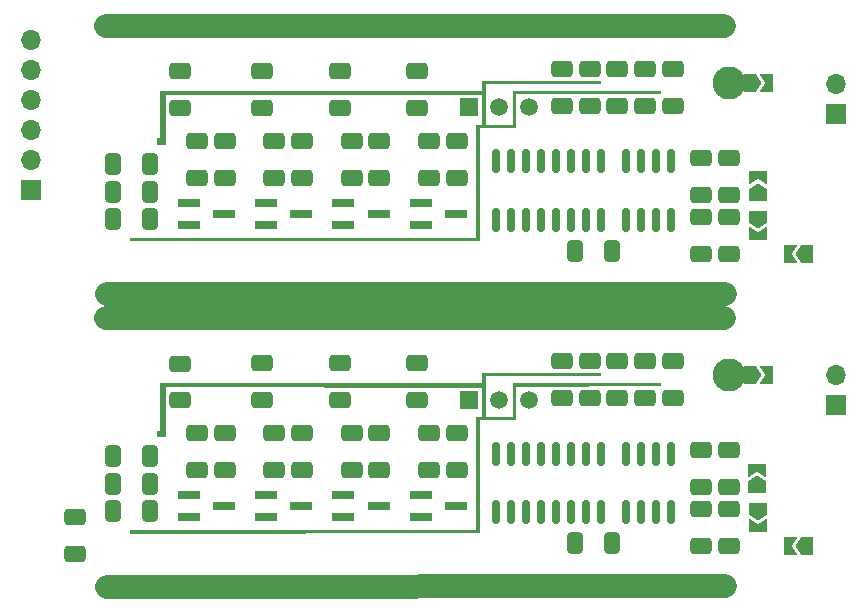
<source format=gbr>
%TF.GenerationSoftware,KiCad,Pcbnew,6.0.7-f9a2dced07~116~ubuntu20.04.1*%
%TF.CreationDate,2022-08-31T15:18:07+02:00*%
%TF.ProjectId,NVM-Amp,4e564d2d-416d-4702-9e6b-696361645f70,rev?*%
%TF.SameCoordinates,Original*%
%TF.FileFunction,Soldermask,Top*%
%TF.FilePolarity,Negative*%
%FSLAX46Y46*%
G04 Gerber Fmt 4.6, Leading zero omitted, Abs format (unit mm)*
G04 Created by KiCad (PCBNEW 6.0.7-f9a2dced07~116~ubuntu20.04.1) date 2022-08-31 15:18:07*
%MOMM*%
%LPD*%
G01*
G04 APERTURE LIST*
G04 Aperture macros list*
%AMRoundRect*
0 Rectangle with rounded corners*
0 $1 Rounding radius*
0 $2 $3 $4 $5 $6 $7 $8 $9 X,Y pos of 4 corners*
0 Add a 4 corners polygon primitive as box body*
4,1,4,$2,$3,$4,$5,$6,$7,$8,$9,$2,$3,0*
0 Add four circle primitives for the rounded corners*
1,1,$1+$1,$2,$3*
1,1,$1+$1,$4,$5*
1,1,$1+$1,$6,$7*
1,1,$1+$1,$8,$9*
0 Add four rect primitives between the rounded corners*
20,1,$1+$1,$2,$3,$4,$5,0*
20,1,$1+$1,$4,$5,$6,$7,0*
20,1,$1+$1,$6,$7,$8,$9,0*
20,1,$1+$1,$8,$9,$2,$3,0*%
%AMFreePoly0*
4,1,6,1.000000,0.000000,0.500000,-0.750000,-0.500000,-0.750000,-0.500000,0.750000,0.500000,0.750000,1.000000,0.000000,1.000000,0.000000,$1*%
%AMFreePoly1*
4,1,6,0.500000,-0.750000,-0.650000,-0.750000,-0.150000,0.000000,-0.650000,0.750000,0.500000,0.750000,0.500000,-0.750000,0.500000,-0.750000,$1*%
G04 Aperture macros list end*
%ADD10C,2.000000*%
%ADD11C,0.000000*%
%ADD12RoundRect,0.250000X-0.650000X0.412500X-0.650000X-0.412500X0.650000X-0.412500X0.650000X0.412500X0*%
%ADD13FreePoly0,90.000000*%
%ADD14FreePoly1,90.000000*%
%ADD15FreePoly0,0.000000*%
%ADD16FreePoly1,0.000000*%
%ADD17RoundRect,0.250000X0.650000X-0.412500X0.650000X0.412500X-0.650000X0.412500X-0.650000X-0.412500X0*%
%ADD18R,1.700000X1.700000*%
%ADD19O,1.700000X1.700000*%
%ADD20R,1.900000X0.800000*%
%ADD21RoundRect,0.250000X0.412500X0.650000X-0.412500X0.650000X-0.412500X-0.650000X0.412500X-0.650000X0*%
%ADD22RoundRect,0.150000X0.150000X-0.825000X0.150000X0.825000X-0.150000X0.825000X-0.150000X-0.825000X0*%
%ADD23C,2.800000*%
%ADD24FreePoly0,270.000000*%
%ADD25FreePoly1,270.000000*%
%ADD26FreePoly0,180.000000*%
%ADD27FreePoly1,180.000000*%
%ADD28R,1.500000X1.500000*%
%ADD29C,1.500000*%
%ADD30RoundRect,0.250000X-0.412500X-0.650000X0.412500X-0.650000X0.412500X0.650000X-0.412500X0.650000X0*%
G04 APERTURE END LIST*
D10*
X134530000Y-80210000D02*
X186860000Y-80200000D01*
X134620000Y-102910000D02*
X186950000Y-102900000D01*
D11*
G36*
X176471510Y-85095198D02*
G01*
X166725075Y-85099965D01*
X166725000Y-88546327D01*
X169000000Y-88546327D01*
X169000000Y-85700000D01*
X181492166Y-85700000D01*
X181492019Y-85954398D01*
X169274916Y-85975000D01*
X169272060Y-88823922D01*
X166450349Y-88821327D01*
X166175704Y-88821327D01*
X166174962Y-98402627D01*
X136587021Y-98425749D01*
X136590292Y-98121327D01*
X165625004Y-98101794D01*
X165875075Y-98101626D01*
X165874998Y-88551802D01*
X166399992Y-88551799D01*
X166400031Y-86060135D01*
X139849998Y-86051486D01*
X139575127Y-86051396D01*
X139574904Y-90226580D01*
X138849930Y-90226569D01*
X138849987Y-89701747D01*
X139125274Y-89701816D01*
X139125789Y-85656276D01*
X166400000Y-85649996D01*
X166400216Y-84835854D01*
X176471376Y-84831140D01*
X176471510Y-85095198D01*
G37*
G36*
X176471510Y-109830198D02*
G01*
X166725075Y-109834965D01*
X166725000Y-113281327D01*
X169000000Y-113281327D01*
X169000000Y-110435000D01*
X181492166Y-110435000D01*
X181492019Y-110689398D01*
X169274916Y-110710000D01*
X169272060Y-113558922D01*
X166450349Y-113556327D01*
X166175704Y-113556327D01*
X166174962Y-123137627D01*
X136587021Y-123160749D01*
X136590292Y-122856327D01*
X165625004Y-122836794D01*
X165875075Y-122836626D01*
X165874998Y-113286802D01*
X166399992Y-113286799D01*
X166400031Y-110795135D01*
X139849998Y-110786486D01*
X139575127Y-110786396D01*
X139574904Y-114961580D01*
X138849930Y-114961569D01*
X138849987Y-114436747D01*
X139125274Y-114436816D01*
X139125789Y-110391276D01*
X166400000Y-110384996D01*
X166400216Y-109570854D01*
X176471376Y-109566140D01*
X176471510Y-109830198D01*
G37*
D10*
X134530000Y-104945000D02*
X186860000Y-104935000D01*
X134620000Y-127645000D02*
X186950000Y-127635000D01*
D12*
%TO.C,R35*%
X184900000Y-121085000D03*
X184900000Y-124210000D03*
%TD*%
%TO.C,C14*%
X173125000Y-108585000D03*
X173125000Y-111710000D03*
%TD*%
%TO.C,R22*%
X175475000Y-108585000D03*
X175475000Y-111710000D03*
%TD*%
D13*
%TO.C,JP6*%
X189695000Y-119185000D03*
D14*
X189695000Y-117735000D03*
%TD*%
D12*
%TO.C,R4*%
X147775000Y-84012500D03*
X147775000Y-87137500D03*
%TD*%
%TO.C,R6*%
X154325000Y-84012500D03*
X154325000Y-87137500D03*
%TD*%
D15*
%TO.C,JP5*%
X189050000Y-84975000D03*
D16*
X190500000Y-84975000D03*
%TD*%
D17*
%TO.C,R17*%
X164225000Y-93025000D03*
X164225000Y-89900000D03*
%TD*%
D18*
%TO.C,J2*%
X196342000Y-87630000D03*
D19*
X196342000Y-85090000D03*
%TD*%
D17*
%TO.C,R13*%
X157675000Y-93037500D03*
X157675000Y-89912500D03*
%TD*%
%TO.C,R1*%
X131910000Y-124872500D03*
X131910000Y-121747500D03*
%TD*%
D12*
%TO.C,R28*%
X187250000Y-91337500D03*
X187250000Y-94462500D03*
%TD*%
%TO.C,R29*%
X187250000Y-96350000D03*
X187250000Y-99475000D03*
%TD*%
D20*
%TO.C,Q8*%
X161175000Y-119890000D03*
X161175000Y-121790000D03*
X164175000Y-120840000D03*
%TD*%
D21*
%TO.C,C4*%
X138267500Y-116570000D03*
X135142500Y-116570000D03*
%TD*%
D17*
%TO.C,R9*%
X151125000Y-93037500D03*
X151125000Y-89912500D03*
%TD*%
D12*
%TO.C,R30*%
X187245000Y-116077500D03*
X187245000Y-119202500D03*
%TD*%
%TO.C,R18*%
X160875000Y-108747500D03*
X160875000Y-111872500D03*
%TD*%
%TO.C,R23*%
X177825000Y-108585000D03*
X177825000Y-111710000D03*
%TD*%
D13*
%TO.C,JP2*%
X189700000Y-94450000D03*
D14*
X189700000Y-93000000D03*
%TD*%
D20*
%TO.C,Q1*%
X141525000Y-95150000D03*
X141525000Y-97050000D03*
X144525000Y-96100000D03*
%TD*%
D12*
%TO.C,R11*%
X147765000Y-108747500D03*
X147765000Y-111872500D03*
%TD*%
D15*
%TO.C,JP7*%
X189050000Y-109710000D03*
D16*
X190500000Y-109710000D03*
%TD*%
D22*
%TO.C,U3*%
X178545000Y-96600000D03*
X179815000Y-96600000D03*
X181085000Y-96600000D03*
X182355000Y-96600000D03*
X182355000Y-91650000D03*
X181085000Y-91650000D03*
X179815000Y-91650000D03*
X178545000Y-91650000D03*
%TD*%
D12*
%TO.C,R3*%
X140800000Y-84025000D03*
X140800000Y-87150000D03*
%TD*%
D23*
%TO.C,TP1*%
X187275000Y-84975000D03*
%TD*%
D24*
%TO.C,JP4*%
X189700000Y-121085000D03*
D25*
X189700000Y-122535000D03*
%TD*%
D20*
%TO.C,Q6*%
X154625000Y-119890000D03*
X154625000Y-121790000D03*
X157625000Y-120840000D03*
%TD*%
D12*
%TO.C,R16*%
X160875000Y-84012500D03*
X160875000Y-87137500D03*
%TD*%
D17*
%TO.C,R10*%
X144575000Y-117755000D03*
X144575000Y-114630000D03*
%TD*%
%TO.C,C12*%
X161875000Y-117772500D03*
X161875000Y-114647500D03*
%TD*%
D12*
%TO.C,C15*%
X180175000Y-83850000D03*
X180175000Y-86975000D03*
%TD*%
D22*
%TO.C,U1*%
X167535000Y-96600000D03*
X168805000Y-96600000D03*
X170075000Y-96600000D03*
X171345000Y-96600000D03*
X172615000Y-96600000D03*
X173885000Y-96600000D03*
X175155000Y-96600000D03*
X176425000Y-96600000D03*
X176425000Y-91650000D03*
X175155000Y-91650000D03*
X173885000Y-91650000D03*
X172615000Y-91650000D03*
X171345000Y-91650000D03*
X170075000Y-91650000D03*
X168805000Y-91650000D03*
X167535000Y-91650000D03*
%TD*%
D17*
%TO.C,C9*%
X155325000Y-93037500D03*
X155325000Y-89912500D03*
%TD*%
D22*
%TO.C,U2*%
X167535000Y-121335000D03*
X168805000Y-121335000D03*
X170075000Y-121335000D03*
X171345000Y-121335000D03*
X172615000Y-121335000D03*
X173885000Y-121335000D03*
X175155000Y-121335000D03*
X176425000Y-121335000D03*
X176425000Y-116385000D03*
X175155000Y-116385000D03*
X173885000Y-116385000D03*
X172615000Y-116385000D03*
X171345000Y-116385000D03*
X170075000Y-116385000D03*
X168805000Y-116385000D03*
X167535000Y-116385000D03*
%TD*%
D26*
%TO.C,JP3*%
X193925000Y-124210000D03*
D27*
X192475000Y-124210000D03*
%TD*%
D12*
%TO.C,C16*%
X180175000Y-108585000D03*
X180175000Y-111710000D03*
%TD*%
D21*
%TO.C,R2*%
X138262500Y-94200000D03*
X135137500Y-94200000D03*
%TD*%
D12*
%TO.C,R31*%
X187250000Y-121085000D03*
X187250000Y-124210000D03*
%TD*%
D20*
%TO.C,Q2*%
X141525000Y-119885000D03*
X141525000Y-121785000D03*
X144525000Y-120835000D03*
%TD*%
D26*
%TO.C,JP3*%
X193925000Y-99475000D03*
D27*
X192475000Y-99475000D03*
%TD*%
D20*
%TO.C,Q3*%
X148075000Y-95150000D03*
X148075000Y-97050000D03*
X151075000Y-96100000D03*
%TD*%
D18*
%TO.C,J1*%
X128160000Y-94080000D03*
D19*
X128160000Y-91540000D03*
X128160000Y-89000000D03*
X128160000Y-86460000D03*
X128160000Y-83920000D03*
X128160000Y-81380000D03*
%TD*%
D20*
%TO.C,Q7*%
X161175000Y-95150000D03*
X161175000Y-97050000D03*
X164175000Y-96100000D03*
%TD*%
D17*
%TO.C,R5*%
X144575000Y-93025000D03*
X144575000Y-89900000D03*
%TD*%
%TO.C,C5*%
X142225000Y-93025000D03*
X142225000Y-89900000D03*
%TD*%
D12*
%TO.C,R21*%
X177825000Y-83850000D03*
X177825000Y-86975000D03*
%TD*%
%TO.C,R8*%
X140800000Y-108760000D03*
X140800000Y-111885000D03*
%TD*%
%TO.C,R34*%
X184900000Y-116072500D03*
X184900000Y-119197500D03*
%TD*%
D18*
%TO.C,J3*%
X196342000Y-112273000D03*
D19*
X196342000Y-109733000D03*
%TD*%
D21*
%TO.C,C3*%
X138262500Y-91850000D03*
X135137500Y-91850000D03*
%TD*%
D28*
%TO.C,Q9*%
X165300000Y-87075000D03*
D29*
X167840000Y-87075000D03*
X170380000Y-87075000D03*
%TD*%
D17*
%TO.C,C8*%
X148775000Y-117772500D03*
X148775000Y-114647500D03*
%TD*%
%TO.C,R19*%
X164225000Y-117772500D03*
X164225000Y-114647500D03*
%TD*%
%TO.C,R24*%
X182525000Y-86962500D03*
X182525000Y-83837500D03*
%TD*%
D12*
%TO.C,R20*%
X175475000Y-83850000D03*
X175475000Y-86975000D03*
%TD*%
%TO.C,R14*%
X154325000Y-108747500D03*
X154325000Y-111872500D03*
%TD*%
D17*
%TO.C,R15*%
X157675000Y-117772500D03*
X157675000Y-114647500D03*
%TD*%
%TO.C,C11*%
X161875000Y-93037500D03*
X161875000Y-89912500D03*
%TD*%
D12*
%TO.C,C13*%
X173125000Y-83850000D03*
X173125000Y-86975000D03*
%TD*%
%TO.C,R33*%
X184900000Y-96350000D03*
X184900000Y-99475000D03*
%TD*%
D30*
%TO.C,C1*%
X135137500Y-96550000D03*
X138262500Y-96550000D03*
%TD*%
D17*
%TO.C,R12*%
X151125000Y-117772500D03*
X151125000Y-114647500D03*
%TD*%
%TO.C,C10*%
X155325000Y-117772500D03*
X155325000Y-114647500D03*
%TD*%
%TO.C,C7*%
X148775000Y-93037500D03*
X148775000Y-89912500D03*
%TD*%
D21*
%TO.C,R27*%
X177375000Y-123985000D03*
X174250000Y-123985000D03*
%TD*%
D22*
%TO.C,U6*%
X178545000Y-121335000D03*
X179815000Y-121335000D03*
X181085000Y-121335000D03*
X182355000Y-121335000D03*
X182355000Y-116385000D03*
X181085000Y-116385000D03*
X179815000Y-116385000D03*
X178545000Y-116385000D03*
%TD*%
D21*
%TO.C,R26*%
X177375000Y-99250000D03*
X174250000Y-99250000D03*
%TD*%
D28*
%TO.C,Q10*%
X165300000Y-111810000D03*
D29*
X167840000Y-111810000D03*
X170380000Y-111810000D03*
%TD*%
D23*
%TO.C,TP2*%
X187275000Y-109710000D03*
%TD*%
D12*
%TO.C,R32*%
X184900000Y-91337500D03*
X184900000Y-94462500D03*
%TD*%
D24*
%TO.C,JP1*%
X189700000Y-96350000D03*
D25*
X189700000Y-97800000D03*
%TD*%
D20*
%TO.C,Q4*%
X148075000Y-119885000D03*
X148075000Y-121785000D03*
X151075000Y-120835000D03*
%TD*%
D21*
%TO.C,R7*%
X138262500Y-118935000D03*
X135137500Y-118935000D03*
%TD*%
D17*
%TO.C,R25*%
X182515000Y-111712500D03*
X182515000Y-108587500D03*
%TD*%
D20*
%TO.C,Q5*%
X154625000Y-95150000D03*
X154625000Y-97050000D03*
X157625000Y-96100000D03*
%TD*%
D30*
%TO.C,C2*%
X135137500Y-121285000D03*
X138262500Y-121285000D03*
%TD*%
D17*
%TO.C,C6*%
X142225000Y-117760000D03*
X142225000Y-114635000D03*
%TD*%
M02*

</source>
